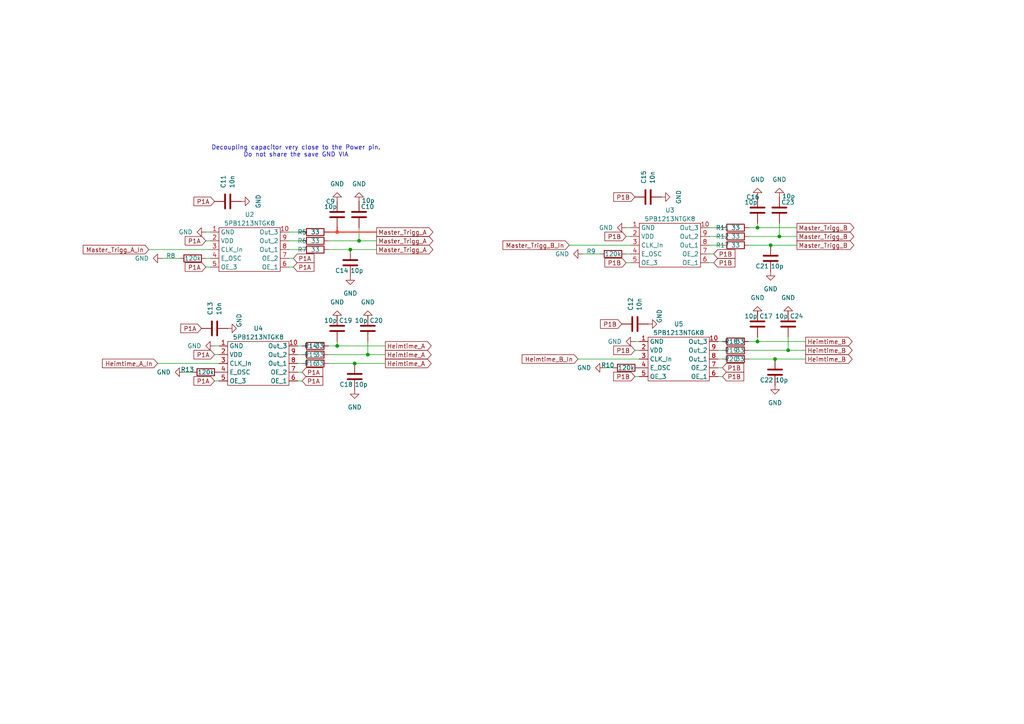
<source format=kicad_sch>
(kicad_sch (version 20231120) (generator "eeschema") (generator_version "8.0")
  (paper "A4")
  (lib_symbols
    (symbol "Device:C" (pin_numbers hide) (pin_names (offset 0.254))
      (property "Reference" "C" (at 0.635 2.54 0))
      (property "Value" "C" (at 0.635 -2.54 0))
      (symbol "C_0_1"
        (polyline (pts (xy -2.032 -0.762) (xy 2.032 -0.762)) (stroke (width 0.508)))
        (polyline (pts (xy -2.032 0.762) (xy 2.032 0.762)) (stroke (width 0.508)))
      )
      (symbol "C_1_1"
        (pin passive line (at 0 3.81 270) (length 2.794) (name "~") (number "1"))
        (pin passive line (at 0 -3.81 90) (length 2.794) (name "~") (number "2"))
      )
    )
    (symbol "Device:R" (pin_numbers hide) (pin_names (offset 0))
      (property "Reference" "R" (at 2.032 0 90))
      (property "Value" "R" (at 0 0 90))
      (symbol "R_0_1"
        (rectangle (start -1.016 -2.54) (end 1.016 2.54) (stroke (width 0.254)))
      )
      (symbol "R_1_1"
        (pin passive line (at 0 3.81 270) (length 1.27) (name "~") (number "1"))
        (pin passive line (at 0 -3.81 90) (length 1.27) (name "~") (number "2"))
      )
    )
    (symbol "HYDRA_Symbol:5PB1213NTGK8"
      (property "Reference" "U" (at 0 3.81 0))
      (symbol "5PB1213NTGK8_0_1"
        (rectangle (start -8.89 2.54) (end 8.89 -10.16))
      )
      (symbol "5PB1213NTGK8_1_1"
        (pin input line (at -11.43 1.27 0) (length 2.54) (name "GND") (number "1"))
        (pin input line (at 11.43 1.27 180) (length 2.54) (name "Out_3") (number "10"))
        (pin input line (at -11.43 -1.27 0) (length 2.54) (name "VDD") (number "2"))
        (pin input line (at -11.43 -3.81 0) (length 2.54) (name "CLK_In") (number "3"))
        (pin input line (at -11.43 -6.35 0) (length 2.54) (name "E_OSC") (number "4"))
        (pin input line (at -11.43 -8.89 0) (length 2.54) (name "OE_3") (number "5"))
        (pin input line (at 11.43 -8.89 180) (length 2.54) (name "OE_1") (number "6"))
        (pin input line (at 11.43 -6.35 180) (length 2.54) (name "OE_2") (number "7"))
        (pin input line (at 11.43 -3.81 180) (length 2.54) (name "Out_1") (number "8"))
        (pin input line (at 11.43 -1.27 180) (length 2.54) (name "Out_2") (number "9"))
      )
    )
    (symbol "power:GND" (power) (pin_numbers hide) (pin_names (offset 0) hide)
      (property "Value" "GND" (at 0 -3.81 0))
      (symbol "GND_0_1"
        (polyline (pts (xy 0 0) (xy 0 -1.27) (xy 1.27 -1.27) (xy 0 -2.54) (xy -1.27 -1.27) (xy 0 -1.27)))
      )
      (symbol "GND_1_1"
        (pin power_in line (at 0 0 270) (length 0) (name "~") (number "1"))
      )
    )
  )
  (junction (at 104.14 69.85))
  (junction (at 101.6 72.39))
  (junction (at 223.52 71.12))
  (junction (at 97.79 100.33))
  (junction (at 97.79 67.31) (color 255 58 41 0.59))
  (junction (at 106.68 102.87))
  (junction (at 224.79 104.14))
  (junction (at 219.71 66.04))
  (junction (at 226.06 68.58))
  (junction (at 102.87 105.41))
  (junction (at 228.6 101.6))
  (junction (at 219.71 99.06))
  (wire (pts (xy 53.34 107.95) (xy 55.88 107.95)))
  (wire (pts (xy 228.6 101.6) (xy 233.68 101.6)))
  (wire (pts (xy 83.82 67.31) (xy 87.63 67.31)))
  (wire (pts (xy 181.61 73.66) (xy 182.88 73.66)))
  (wire (pts (xy 228.6 97.79) (xy 228.6 101.6)))
  (wire (pts (xy 59.69 74.93) (xy 60.96 74.93)))
  (wire (pts (xy 97.79 67.31) (xy 109.22 67.31)) (stroke (width 0.35) (color 255 58 41 0.59)))
  (wire (pts (xy 95.25 102.87) (xy 106.68 102.87)))
  (wire (pts (xy 224.79 104.14) (xy 233.68 104.14)))
  (wire (pts (xy 83.82 69.85) (xy 87.63 69.85)))
  (wire (pts (xy 219.71 66.04) (xy 231.14 66.04)))
  (wire (pts (xy 208.28 104.14) (xy 209.55 104.14)))
  (wire (pts (xy 106.68 102.87) (xy 111.76 102.87)))
  (wire (pts (xy 86.36 102.87) (xy 87.63 102.87)))
  (wire (pts (xy 85.09 74.93) (xy 83.82 74.93)))
  (wire (pts (xy 101.6 72.39) (xy 109.22 72.39)))
  (wire (pts (xy 106.68 99.06) (xy 106.68 102.87)))
  (wire (pts (xy 167.64 104.14) (xy 185.42 104.14)))
  (wire (pts (xy 97.79 99.06) (xy 97.79 100.33)))
  (wire (pts (xy 181.61 76.2) (xy 182.88 76.2)))
  (wire (pts (xy 106.68 91.44) (xy 106.68 92.71)))
  (wire (pts (xy 86.36 100.33) (xy 87.63 100.33)))
  (wire (pts (xy 209.55 106.68) (xy 208.28 106.68)))
  (wire (pts (xy 45.72 105.41) (xy 63.5 105.41)))
  (wire (pts (xy 217.17 68.58) (xy 226.06 68.58)))
  (wire (pts (xy 184.15 109.22) (xy 185.42 109.22)))
  (wire (pts (xy 97.79 66.04) (xy 97.79 67.31)) (stroke (width 0.35) (color 255 58 41 0.59)))
  (wire (pts (xy 97.79 91.44) (xy 97.79 92.71)))
  (wire (pts (xy 97.79 100.33) (xy 111.76 100.33)))
  (wire (pts (xy 217.17 99.06) (xy 219.71 99.06)))
  (wire (pts (xy 59.69 77.47) (xy 60.96 77.47)))
  (wire (pts (xy 217.17 66.04) (xy 219.71 66.04)))
  (wire (pts (xy 219.71 99.06) (xy 233.68 99.06)))
  (wire (pts (xy 181.61 68.58) (xy 182.88 68.58)))
  (wire (pts (xy 83.82 72.39) (xy 87.63 72.39)))
  (wire (pts (xy 217.17 71.12) (xy 223.52 71.12)))
  (wire (pts (xy 205.74 76.2) (xy 207.01 76.2)))
  (wire (pts (xy 223.52 71.12) (xy 231.14 71.12)))
  (wire (pts (xy 205.74 71.12) (xy 209.55 71.12)))
  (wire (pts (xy 219.71 90.17) (xy 219.71 91.44)))
  (wire (pts (xy 217.17 104.14) (xy 224.79 104.14)))
  (wire (pts (xy 104.14 66.04) (xy 104.14 69.85)))
  (wire (pts (xy 83.82 77.47) (xy 85.09 77.47)))
  (wire (pts (xy 208.28 109.22) (xy 209.55 109.22)))
  (wire (pts (xy 86.36 105.41) (xy 87.63 105.41)))
  (wire (pts (xy 228.6 90.17) (xy 228.6 91.44)))
  (wire (pts (xy 95.25 72.39) (xy 101.6 72.39)))
  (wire (pts (xy 95.25 105.41) (xy 102.87 105.41)))
  (wire (pts (xy 205.74 68.58) (xy 209.55 68.58)))
  (wire (pts (xy 43.18 72.39) (xy 60.96 72.39)))
  (wire (pts (xy 165.1 71.12) (xy 182.88 71.12)))
  (wire (pts (xy 168.91 73.66) (xy 173.99 73.66)))
  (wire (pts (xy 208.28 99.06) (xy 209.55 99.06)))
  (wire (pts (xy 86.36 110.49) (xy 87.63 110.49)))
  (wire (pts (xy 205.74 66.04) (xy 209.55 66.04)))
  (wire (pts (xy 184.15 101.6) (xy 185.42 101.6)))
  (wire (pts (xy 181.61 66.04) (xy 182.88 66.04)))
  (wire (pts (xy 184.15 99.06) (xy 185.42 99.06)))
  (wire (pts (xy 219.71 97.79) (xy 219.71 99.06)))
  (wire (pts (xy 208.28 101.6) (xy 209.55 101.6)))
  (wire (pts (xy 62.23 110.49) (xy 63.5 110.49)))
  (wire (pts (xy 59.69 69.85) (xy 60.96 69.85)))
  (wire (pts (xy 207.01 73.66) (xy 205.74 73.66)))
  (wire (pts (xy 226.06 64.77) (xy 226.06 68.58)))
  (wire (pts (xy 87.63 107.95) (xy 86.36 107.95)))
  (wire (pts (xy 104.14 69.85) (xy 109.22 69.85)))
  (wire (pts (xy 59.69 67.31) (xy 60.96 67.31)))
  (wire (pts (xy 95.25 69.85) (xy 104.14 69.85)))
  (wire (pts (xy 217.17 101.6) (xy 228.6 101.6)))
  (wire (pts (xy 219.71 64.77) (xy 219.71 66.04)))
  (wire (pts (xy 175.26 106.68) (xy 177.8 106.68)))
  (wire (pts (xy 62.23 102.87) (xy 63.5 102.87)))
  (wire (pts (xy 226.06 68.58) (xy 231.14 68.58)))
  (wire (pts (xy 95.25 67.31) (xy 97.79 67.31)) (stroke (width 0.35) (color 255 58 41 0.59)))
  (wire (pts (xy 46.99 74.93) (xy 52.07 74.93)))
  (wire (pts (xy 95.25 100.33) (xy 97.79 100.33)))
  (wire (pts (xy 62.23 100.33) (xy 63.5 100.33)))
  (wire (pts (xy 102.87 105.41) (xy 111.76 105.41)))
  (text "Decoupling capacitor very close to the Power pin.\nDo not share the save GND VIA" (at 85.852 43.942 0) (effects (font (size 1.27 1.27))))
  (global_label "P1A" (shape input) (at 59.69 77.47 180) (property "Intersheetrefs" "${INTERSHEET_REFS}" (effects (hide yes))))
  (global_label "Master_Trigg_B" (shape output) (at 231.14 68.58 0) (property "Intersheetrefs" "${INTERSHEET_REFS}" (effects (hide yes))))
  (global_label "Heimtime_B" (shape output) (at 233.68 104.14 0) (property "Intersheetrefs" "${INTERSHEET_REFS}" (effects (hide yes))))
  (global_label "P1B" (shape input) (at 209.55 109.22 0) (property "Intersheetrefs" "${INTERSHEET_REFS}" (effects (hide yes))))
  (global_label "Heimtime_B_In" (shape input) (at 167.64 104.14 180) (property "Intersheetrefs" "${INTERSHEET_REFS}" (effects (hide yes))))
  (global_label "P1A" (shape input) (at 87.63 107.95 0) (property "Intersheetrefs" "${INTERSHEET_REFS}" (effects (hide yes))))
  (global_label "P1B" (shape input) (at 207.01 76.2 0) (property "Intersheetrefs" "${INTERSHEET_REFS}" (effects (hide yes))))
  (global_label "P1B" (shape input) (at 184.15 101.6 180) (property "Intersheetrefs" "${INTERSHEET_REFS}" (effects (hide yes))))
  (global_label "P1A" (shape input) (at 58.42 95.25 180) (property "Intersheetrefs" "${INTERSHEET_REFS}" (effects (hide yes))))
  (global_label "Master_Trigg_A" (shape output) (at 109.22 72.39 0) (property "Intersheetrefs" "${INTERSHEET_REFS}" (effects (hide yes))))
  (global_label "Heimtime_B" (shape output) (at 233.68 101.6 0) (property "Intersheetrefs" "${INTERSHEET_REFS}" (effects (hide yes))))
  (global_label "P1A" (shape input) (at 62.23 58.42 180) (property "Intersheetrefs" "${INTERSHEET_REFS}" (effects (hide yes))))
  (global_label "Heimtime_A" (shape output) (at 111.76 100.33 0) (property "Intersheetrefs" "${INTERSHEET_REFS}" (effects (hide yes))))
  (global_label "Master_Trigg_B" (shape output) (at 231.14 71.12 0) (property "Intersheetrefs" "${INTERSHEET_REFS}" (effects (hide yes))))
  (global_label "P1B" (shape input) (at 184.15 57.15 180) (property "Intersheetrefs" "${INTERSHEET_REFS}" (effects (hide yes))))
  (global_label "P1B" (shape input) (at 180.34 93.98 180) (property "Intersheetrefs" "${INTERSHEET_REFS}" (effects (hide yes))))
  (global_label "Master_Trigg_A" (shape output) (at 109.22 69.85 0) (property "Intersheetrefs" "${INTERSHEET_REFS}" (effects (hide yes))))
  (global_label "Heimtime_A" (shape output) (at 111.76 105.41 0) (property "Intersheetrefs" "${INTERSHEET_REFS}" (effects (hide yes))))
  (global_label "Master_Trigg_A_In" (shape input) (at 43.18 72.39 180) (property "Intersheetrefs" "${INTERSHEET_REFS}" (effects (hide yes))))
  (global_label "Master_Trigg_A" (shape output) (at 109.22 67.31 0) (property "Intersheetrefs" "${INTERSHEET_REFS}" (effects (hide yes))))
  (global_label "P1B" (shape input) (at 181.61 68.58 180) (property "Intersheetrefs" "${INTERSHEET_REFS}" (effects (hide yes))))
  (global_label "P1A" (shape input) (at 62.23 102.87 180) (property "Intersheetrefs" "${INTERSHEET_REFS}" (effects (hide yes))))
  (global_label "P1B" (shape input) (at 181.61 76.2 180) (property "Intersheetrefs" "${INTERSHEET_REFS}" (effects (hide yes))))
  (global_label "Master_Trigg_B_In" (shape input) (at 165.1 71.12 180) (property "Intersheetrefs" "${INTERSHEET_REFS}" (effects (hide yes))))
  (global_label "P1B" (shape input) (at 207.01 73.66 0) (property "Intersheetrefs" "${INTERSHEET_REFS}" (effects (hide yes))))
  (global_label "P1B" (shape input) (at 209.55 106.68 0) (property "Intersheetrefs" "${INTERSHEET_REFS}" (effects (hide yes))))
  (global_label "P1A" (shape input) (at 59.69 69.85 180) (property "Intersheetrefs" "${INTERSHEET_REFS}" (effects (hide yes))))
  (global_label "Heimtime_B" (shape output) (at 233.68 99.06 0) (property "Intersheetrefs" "${INTERSHEET_REFS}" (effects (hide yes))))
  (global_label "P1A" (shape input) (at 62.23 110.49 180) (property "Intersheetrefs" "${INTERSHEET_REFS}" (effects (hide yes))))
  (global_label "P1A" (shape input) (at 85.09 77.47 0) (property "Intersheetrefs" "${INTERSHEET_REFS}" (effects (hide yes))))
  (global_label "P1B" (shape input) (at 184.15 109.22 180) (property "Intersheetrefs" "${INTERSHEET_REFS}" (effects (hide yes))))
  (global_label "P1A" (shape input) (at 85.09 74.93 0) (property "Intersheetrefs" "${INTERSHEET_REFS}" (effects (hide yes))))
  (global_label "P1A" (shape input) (at 87.63 110.49 0) (property "Intersheetrefs" "${INTERSHEET_REFS}" (effects (hide yes))))
  (global_label "Heimtime_A" (shape output) (at 111.76 102.87 0) (property "Intersheetrefs" "${INTERSHEET_REFS}" (effects (hide yes))))
  (global_label "Heimtime_A_In" (shape input) (at 45.72 105.41 180) (property "Intersheetrefs" "${INTERSHEET_REFS}" (effects (hide yes))))
  (global_label "Master_Trigg_B" (shape output) (at 231.14 66.04 0) (property "Intersheetrefs" "${INTERSHEET_REFS}" (effects (hide yes))))
  (symbol (lib_id "power:GND") (at 97.79 92.71 180) (unit 1)
    (property "Reference" "#PWR0119" (effects (hide yes)))
    (property "Value" "GND" (at 97.79 87.63 0))
    (property "Description" "Power symbol creates a global label with name \"GND\" , ground" (effects (hide yes)))
  )
  (symbol (lib_id "Device:C") (at 187.96 57.15 90) (unit 1)
    (property "Reference" "C15" (at 186.6899 53.34 0) (effects (justify left)))
    (property "Value" "10n" (at 189.2299 53.34 0) (effects (justify left)))
    (property "Footprint" "Capacitor_SMD:C_0201_0603Metric" (effects (hide yes)))
    (property "Description" "Unpolarized capacitor" (effects (hide yes)))
  )
  (symbol (lib_id "Device:C") (at 184.15 93.98 90) (unit 1)
    (property "Reference" "C12" (at 182.8799 90.17 0) (effects (justify left)))
    (property "Value" "10n" (at 185.4199 90.17 0) (effects (justify left)))
    (property "Footprint" "Capacitor_SMD:C_0201_0603Metric" (effects (hide yes)))
    (property "Description" "Unpolarized capacitor" (effects (hide yes)))
  )
  (symbol (lib_id "Device:C") (at 226.06 60.96 0) (unit 1)
    (property "Reference" "C23" (at 226.568 58.674 0) (effects (justify left)))
    (property "Value" "10p" (at 226.822 56.896 0) (effects (justify left)))
    (property "Footprint" "Capacitor_SMD:C_0201_0603Metric" (effects (hide yes)))
    (property "Description" "Unpolarized capacitor" (effects (hide yes)))
  )
  (symbol (lib_id "HYDRA_Symbol:5PB1213NTGK8") (at 74.93 101.6 0) (unit 1)
    (property "Reference" "U4" (at 74.93 95.25 0))
    (property "Value" "5PB1213NTGK8" (at 74.93 97.79 0))
    (property "Footprint" "PCI-E_SMD:5PB1213NTGK8" (effects (hide yes)))
  )
  (symbol (lib_id "power:GND") (at 224.79 111.76 0) (unit 1)
    (property "Reference" "#PWR0109" (effects (hide yes)))
    (property "Value" "GND" (at 224.79 116.84 0))
    (property "Description" "Power symbol creates a global label with name \"GND\" , ground" (effects (hide yes)))
  )
  (symbol (lib_id "Device:C") (at 97.79 95.25 0) (unit 1)
    (property "Reference" "C19" (at 98.298 92.964 0) (effects (justify left)))
    (property "Value" "10p" (at 93.98 92.964 0) (effects (justify left)))
    (property "Footprint" "Capacitor_SMD:C_0201_0603Metric" (effects (hide yes)))
    (property "Description" "Unpolarized capacitor" (effects (hide yes)))
  )
  (symbol (lib_id "power:GND") (at 219.71 91.44 180) (unit 1)
    (property "Reference" "#PWR080" (effects (hide yes)))
    (property "Value" "GND" (at 219.71 86.36 0))
    (property "Description" "Power symbol creates a global label with name \"GND\" , ground" (effects (hide yes)))
  )
  (symbol (lib_id "Device:R") (at 91.44 69.85 90) (unit 1)
    (property "Reference" "R6" (at 87.63 69.85 90))
    (property "Value" "33" (at 91.44 69.85 90))
    (property "Footprint" "Resistor_SMD:R_0201_0603Metric" (effects (hide yes)))
    (property "Description" "Resistor" (effects (hide yes)))
  )
  (symbol (lib_id "power:GND") (at 69.85 58.42 90) (unit 1)
    (property "Reference" "#PWR074" (effects (hide yes)))
    (property "Value" "GND" (at 74.93 58.42 0))
    (property "Description" "Power symbol creates a global label with name \"GND\" , ground" (effects (hide yes)))
  )
  (symbol (lib_id "Device:R") (at 91.44 100.33 90) (unit 1)
    (property "Reference" "R14" (at 90.17 100.33 90))
    (property "Value" "33" (at 92.71 100.33 90))
    (property "Footprint" "Resistor_SMD:R_0201_0603Metric" (effects (hide yes)))
    (property "Description" "Resistor" (effects (hide yes)))
  )
  (symbol (lib_id "Device:C") (at 66.04 58.42 90) (unit 1)
    (property "Reference" "C11" (at 64.7699 54.61 0) (effects (justify left)))
    (property "Value" "10n" (at 67.3099 54.61 0) (effects (justify left)))
    (property "Footprint" "Capacitor_SMD:C_0201_0603Metric" (effects (hide yes)))
    (property "Description" "Unpolarized capacitor" (effects (hide yes)))
  )
  (symbol (lib_id "Device:C") (at 101.6 76.2 180) (unit 1)
    (property "Reference" "C14" (at 101.092 78.486 0) (effects (justify left)))
    (property "Value" "10p" (at 105.41 78.486 0) (effects (justify left)))
    (property "Footprint" "Capacitor_SMD:C_0201_0603Metric" (effects (hide yes)))
    (property "Description" "Unpolarized capacitor" (effects (hide yes)))
  )
  (symbol (lib_id "power:GND") (at 226.06 57.15 180) (unit 1)
    (property "Reference" "#PWR0110" (effects (hide yes)))
    (property "Value" "GND" (at 226.06 52.07 0))
    (property "Description" "Power symbol creates a global label with name \"GND\" , ground" (effects (hide yes)))
  )
  (symbol (lib_id "power:GND") (at 191.77 57.15 90) (unit 1)
    (property "Reference" "#PWR064" (effects (hide yes)))
    (property "Value" "GND" (at 196.85 57.15 0))
    (property "Description" "Power symbol creates a global label with name \"GND\" , ground" (effects (hide yes)))
  )
  (symbol (lib_id "power:GND") (at 66.04 95.25 90) (unit 1)
    (property "Reference" "#PWR0113" (effects (hide yes)))
    (property "Value" "GND" (at 69.342 92.964 0))
    (property "Description" "Power symbol creates a global label with name \"GND\" , ground" (effects (hide yes)))
  )
  (symbol (lib_id "HYDRA_Symbol:5PB1213NTGK8") (at 196.85 100.33 0) (unit 1)
    (property "Reference" "U5" (at 196.85 93.98 0))
    (property "Value" "5PB1213NTGK8" (at 196.85 96.52 0))
    (property "Footprint" "PCI-E_SMD:5PB1213NTGK8" (effects (hide yes)))
  )
  (symbol (lib_id "power:GND") (at 168.91 73.66 270) (unit 1)
    (property "Reference" "#PWR039" (effects (hide yes)))
    (property "Value" "GND" (at 165.1 73.6599 90) (effects (justify right)))
    (property "Description" "Power symbol creates a global label with name \"GND\" , ground" (effects (hide yes)))
  )
  (symbol (lib_id "power:GND") (at 181.61 66.04 270) (unit 1)
    (property "Reference" "#PWR048" (effects (hide yes)))
    (property "Value" "GND" (at 177.8 66.0399 90) (effects (justify right)))
    (property "Description" "Power symbol creates a global label with name \"GND\" , ground" (effects (hide yes)))
  )
  (symbol (lib_id "Device:C") (at 62.23 95.25 90) (unit 1)
    (property "Reference" "C13" (at 60.9599 91.44 0) (effects (justify left)))
    (property "Value" "10n" (at 63.4999 91.44 0) (effects (justify left)))
    (property "Footprint" "Capacitor_SMD:C_0201_0603Metric" (effects (hide yes)))
    (property "Description" "Unpolarized capacitor" (effects (hide yes)))
  )
  (symbol (lib_id "Device:C") (at 219.71 60.96 0) (unit 1)
    (property "Reference" "C16" (at 216.408 57.15 0) (effects (justify left)))
    (property "Value" "10p" (at 215.9 58.674 0) (effects (justify left)))
    (property "Footprint" "Capacitor_SMD:C_0201_0603Metric" (effects (hide yes)))
    (property "Description" "Unpolarized capacitor" (effects (hide yes)))
  )
  (symbol (lib_id "Device:C") (at 104.14 62.23 0) (unit 1)
    (property "Reference" "C10" (at 104.648 59.944 0) (effects (justify left)))
    (property "Value" "10p" (at 104.902 58.166 0) (effects (justify left)))
    (property "Footprint" "Capacitor_SMD:C_0201_0603Metric" (effects (hide yes)))
    (property "Description" "Unpolarized capacitor" (effects (hide yes)))
  )
  (symbol (lib_id "Device:R") (at 91.44 102.87 90) (unit 1)
    (property "Reference" "R15" (at 90.17 102.87 90))
    (property "Value" "33" (at 92.71 102.87 90))
    (property "Footprint" "Resistor_SMD:R_0201_0603Metric" (effects (hide yes)))
    (property "Description" "Resistor" (effects (hide yes)))
  )
  (symbol (lib_id "Device:C") (at 228.6 93.98 0) (unit 1)
    (property "Reference" "C24" (at 229.108 91.694 0) (effects (justify left)))
    (property "Value" "10p" (at 224.79 91.694 0) (effects (justify left)))
    (property "Footprint" "Capacitor_SMD:C_0201_0603Metric" (effects (hide yes)))
    (property "Description" "Unpolarized capacitor" (effects (hide yes)))
  )
  (symbol (lib_id "Device:R") (at 177.8 73.66 90) (unit 1)
    (property "Reference" "R9" (at 171.45 72.898 90))
    (property "Value" "120k" (at 177.8 73.66 90))
    (property "Footprint" "Resistor_SMD:R_0201_0603Metric" (effects (hide yes)))
    (property "Description" "Resistor" (effects (hide yes)))
  )
  (symbol (lib_id "power:GND") (at 59.69 67.31 270) (unit 1)
    (property "Reference" "#PWR065" (effects (hide yes)))
    (property "Value" "GND" (at 55.88 67.3099 90) (effects (justify right)))
    (property "Description" "Power symbol creates a global label with name \"GND\" , ground" (effects (hide yes)))
  )
  (symbol (lib_id "power:GND") (at 97.79 58.42 180) (unit 1)
    (property "Reference" "#PWR066" (effects (hide yes)))
    (property "Value" "GND" (at 97.79 53.34 0))
    (property "Description" "Power symbol creates a global label with name \"GND\" , ground" (effects (hide yes)))
  )
  (symbol (lib_id "Device:R") (at 213.36 68.58 90) (unit 1)
    (property "Reference" "R12" (at 209.55 68.58 90))
    (property "Value" "33" (at 213.36 68.58 90))
    (property "Footprint" "Resistor_SMD:R_0201_0603Metric" (effects (hide yes)))
    (property "Description" "Resistor" (effects (hide yes)))
  )
  (symbol (lib_id "HYDRA_Symbol:5PB1213NTGK8") (at 72.39 68.58 0) (unit 1)
    (property "Reference" "U2" (at 72.39 62.23 0))
    (property "Value" "5PB1213NTGK8" (at 72.39 64.77 0))
    (property "Footprint" "PCI-E_SMD:5PB1213NTGK8" (effects (hide yes)))
  )
  (symbol (lib_id "Device:R") (at 213.36 99.06 90) (unit 1)
    (property "Reference" "R18" (at 212.09 99.06 90))
    (property "Value" "33" (at 214.63 99.06 90))
    (property "Footprint" "Resistor_SMD:R_0201_0603Metric" (effects (hide yes)))
    (property "Description" "Resistor" (effects (hide yes)))
  )
  (symbol (lib_id "Device:C") (at 223.52 74.93 180) (unit 1)
    (property "Reference" "C21" (at 223.012 77.216 0) (effects (justify left)))
    (property "Value" "10p" (at 227.33 77.216 0) (effects (justify left)))
    (property "Footprint" "Capacitor_SMD:C_0201_0603Metric" (effects (hide yes)))
    (property "Description" "Unpolarized capacitor" (effects (hide yes)))
  )
  (symbol (lib_id "power:GND") (at 228.6 91.44 180) (unit 1)
    (property "Reference" "#PWR0111" (effects (hide yes)))
    (property "Value" "GND" (at 228.6 86.36 0))
    (property "Description" "Power symbol creates a global label with name \"GND\" , ground" (effects (hide yes)))
  )
  (symbol (lib_id "Device:C") (at 219.71 93.98 0) (unit 1)
    (property "Reference" "C17" (at 220.218 91.694 0) (effects (justify left)))
    (property "Value" "10p" (at 215.9 91.694 0) (effects (justify left)))
    (property "Footprint" "Capacitor_SMD:C_0201_0603Metric" (effects (hide yes)))
    (property "Description" "Unpolarized capacitor" (effects (hide yes)))
  )
  (symbol (lib_id "HYDRA_Symbol:5PB1213NTGK8") (at 194.31 67.31 0) (unit 1)
    (property "Reference" "U3" (at 194.31 60.96 0))
    (property "Value" "5PB1213NTGK8" (at 194.31 63.5 0))
    (property "Footprint" "PCI-E_SMD:5PB1213NTGK8" (effects (hide yes)))
  )
  (symbol (lib_id "power:GND") (at 62.23 100.33 270) (unit 1)
    (property "Reference" "#PWR0112" (effects (hide yes)))
    (property "Value" "GND" (at 58.42 100.3299 90) (effects (justify right)))
    (property "Description" "Power symbol creates a global label with name \"GND\" , ground" (effects (hide yes)))
  )
  (symbol (lib_id "Device:R") (at 91.44 72.39 90) (unit 1)
    (property "Reference" "R7" (at 87.63 72.39 90))
    (property "Value" "33" (at 91.44 72.39 90))
    (property "Footprint" "Resistor_SMD:R_0201_0603Metric" (effects (hide yes)))
    (property "Description" "Resistor" (effects (hide yes)))
  )
  (symbol (lib_id "Device:R") (at 59.69 107.95 90) (unit 1)
    (property "Reference" "R13" (at 54.356 107.188 90))
    (property "Value" "120k" (at 59.69 107.95 90))
    (property "Footprint" "Resistor_SMD:R_0201_0603Metric" (effects (hide yes)))
    (property "Description" "Resistor" (effects (hide yes)))
  )
  (symbol (lib_id "Device:R") (at 91.44 105.41 90) (unit 1)
    (property "Reference" "R16" (at 90.17 105.41 90))
    (property "Value" "33" (at 92.71 105.41 90))
    (property "Footprint" "Resistor_SMD:R_0201_0603Metric" (effects (hide yes)))
    (property "Description" "Resistor" (effects (hide yes)))
  )
  (symbol (lib_id "power:GND") (at 187.96 93.98 90) (unit 1)
    (property "Reference" "#PWR056" (effects (hide yes)))
    (property "Value" "GND" (at 191.262 91.694 0))
    (property "Description" "Power symbol creates a global label with name \"GND\" , ground" (effects (hide yes)))
  )
  (symbol (lib_id "Device:R") (at 213.36 71.12 90) (unit 1)
    (property "Reference" "R17" (at 209.55 71.12 90))
    (property "Value" "33" (at 213.36 71.12 90))
    (property "Footprint" "Resistor_SMD:R_0201_0603Metric" (effects (hide yes)))
    (property "Description" "Resistor" (effects (hide yes)))
  )
  (symbol (lib_id "Device:C") (at 97.79 62.23 0) (unit 1)
    (property "Reference" "C9" (at 94.488 58.42 0) (effects (justify left)))
    (property "Value" "10p" (at 93.98 59.944 0) (effects (justify left)))
    (property "Footprint" "Capacitor_SMD:C_0201_0603Metric" (effects (hide yes)))
    (property "Description" "Unpolarized capacitor" (effects (hide yes)))
  )
  (symbol (lib_id "power:GND") (at 175.26 106.68 270) (unit 1)
    (property "Reference" "#PWR040" (effects (hide yes)))
    (property "Value" "GND" (at 171.45 106.6799 90) (effects (justify right)))
    (property "Description" "Power symbol creates a global label with name \"GND\" , ground" (effects (hide yes)))
  )
  (symbol (lib_id "power:GND") (at 46.99 74.93 270) (unit 1)
    (property "Reference" "#PWR0115" (effects (hide yes)))
    (property "Value" "GND" (at 43.18 74.9299 90) (effects (justify right)))
    (property "Description" "Power symbol creates a global label with name \"GND\" , ground" (effects (hide yes)))
  )
  (symbol (lib_id "Device:C") (at 102.87 109.22 180) (unit 1)
    (property "Reference" "C18" (at 102.362 111.506 0) (effects (justify left)))
    (property "Value" "10p" (at 106.68 111.506 0) (effects (justify left)))
    (property "Footprint" "Capacitor_SMD:C_0201_0603Metric" (effects (hide yes)))
    (property "Description" "Unpolarized capacitor" (effects (hide yes)))
  )
  (symbol (lib_id "Device:R") (at 181.61 106.68 90) (unit 1)
    (property "Reference" "R10" (at 176.276 105.918 90))
    (property "Value" "120k" (at 181.61 106.68 90))
    (property "Footprint" "Resistor_SMD:R_0201_0603Metric" (effects (hide yes)))
    (property "Description" "Resistor" (effects (hide yes)))
  )
  (symbol (lib_id "Device:R") (at 55.88 74.93 90) (unit 1)
    (property "Reference" "R8" (at 49.53 74.168 90))
    (property "Value" "120k" (at 55.88 74.93 90))
    (property "Footprint" "Resistor_SMD:R_0201_0603Metric" (effects (hide yes)))
    (property "Description" "Resistor" (effects (hide yes)))
  )
  (symbol (lib_id "power:GND") (at 102.87 113.03 0) (unit 1)
    (property "Reference" "#PWR0118" (effects (hide yes)))
    (property "Value" "GND" (at 102.87 118.11 0))
    (property "Description" "Power symbol creates a global label with name \"GND\" , ground" (effects (hide yes)))
  )
  (symbol (lib_id "power:GND") (at 53.34 107.95 270) (unit 1)
    (property "Reference" "#PWR0117" (effects (hide yes)))
    (property "Value" "GND" (at 49.53 107.9499 90) (effects (justify right)))
    (property "Description" "Power symbol creates a global label with name \"GND\" , ground" (effects (hide yes)))
  )
  (symbol (lib_id "power:GND") (at 223.52 78.74 0) (unit 1)
    (property "Reference" "#PWR082" (effects (hide yes)))
    (property "Value" "GND" (at 223.52 83.82 0))
    (property "Description" "Power symbol creates a global label with name \"GND\" , ground" (effects (hide yes)))
  )
  (symbol (lib_id "power:GND") (at 101.6 80.01 0) (unit 1)
    (property "Reference" "#PWR081" (effects (hide yes)))
    (property "Value" "GND" (at 101.6 85.09 0))
    (property "Description" "Power symbol creates a global label with name \"GND\" , ground" (effects (hide yes)))
  )
  (symbol (lib_id "power:GND") (at 104.14 58.42 180) (unit 1)
    (property "Reference" "#PWR073" (effects (hide yes)))
    (property "Value" "GND" (at 104.14 53.34 0))
    (property "Description" "Power symbol creates a global label with name \"GND\" , ground" (effects (hide yes)))
  )
  (symbol (lib_id "power:GND") (at 184.15 99.06 270) (unit 1)
    (property "Reference" "#PWR050" (effects (hide yes)))
    (property "Value" "GND" (at 180.34 99.0599 90) (effects (justify right)))
    (property "Description" "Power symbol creates a global label with name \"GND\" , ground" (effects (hide yes)))
  )
  (symbol (lib_id "power:GND") (at 106.68 92.71 180) (unit 1)
    (property "Reference" "#PWR0120" (effects (hide yes)))
    (property "Value" "GND" (at 106.68 87.63 0))
    (property "Description" "Power symbol creates a global label with name \"GND\" , ground" (effects (hide yes)))
  )
  (symbol (lib_id "Device:C") (at 224.79 107.95 180) (unit 1)
    (property "Reference" "C22" (at 224.282 110.236 0) (effects (justify left)))
    (property "Value" "10p" (at 228.6 110.236 0) (effects (justify left)))
    (property "Footprint" "Capacitor_SMD:C_0201_0603Metric" (effects (hide yes)))
    (property "Description" "Unpolarized capacitor" (effects (hide yes)))
  )
  (symbol (lib_id "Device:R") (at 91.44 67.31 90) (unit 1)
    (property "Reference" "R5" (at 87.63 67.31 90))
    (property "Value" "33" (at 91.44 67.31 90))
    (property "Footprint" "Resistor_SMD:R_0201_0603Metric" (effects (hide yes)))
    (property "Description" "Resistor" (effects (hide yes)))
  )
  (symbol (lib_id "Device:R") (at 213.36 101.6 90) (unit 1)
    (property "Reference" "R19" (at 212.09 101.6 90))
    (property "Value" "33" (at 214.63 101.6 90))
    (property "Footprint" "Resistor_SMD:R_0201_0603Metric" (effects (hide yes)))
    (property "Description" "Resistor" (effects (hide yes)))
  )
  (symbol (lib_id "Device:R") (at 213.36 66.04 90) (unit 1)
    (property "Reference" "R11" (at 209.55 66.04 90))
    (property "Value" "33" (at 213.36 66.04 90))
    (property "Footprint" "Resistor_SMD:R_0201_0603Metric" (effects (hide yes)))
    (property "Description" "Resistor" (effects (hide yes)))
  )
  (symbol (lib_id "Device:C") (at 106.68 95.25 0) (unit 1)
    (property "Reference" "C20" (at 107.188 92.964 0) (effects (justify left)))
    (property "Value" "10p" (at 102.87 92.964 0) (effects (justify left)))
    (property "Footprint" "Capacitor_SMD:C_0201_0603Metric" (effects (hide yes)))
    (property "Description" "Unpolarized capacitor" (effects (hide yes)))
  )
  (symbol (lib_id "Device:R") (at 213.36 104.14 90) (unit 1)
    (property "Reference" "R20" (at 212.09 104.14 90))
    (property "Value" "33" (at 214.63 104.14 90))
    (property "Footprint" "Resistor_SMD:R_0201_0603Metric" (effects (hide yes)))
    (property "Description" "Resistor" (effects (hide yes)))
  )
  (symbol (lib_id "power:GND") (at 219.71 57.15 180) (unit 1)
    (property "Reference" "#PWR072" (effects (hide yes)))
    (property "Value" "GND" (at 219.71 52.07 0))
    (property "Description" "Power symbol creates a global label with name \"GND\" , ground" (effects (hide yes)))
  )
)
</source>
